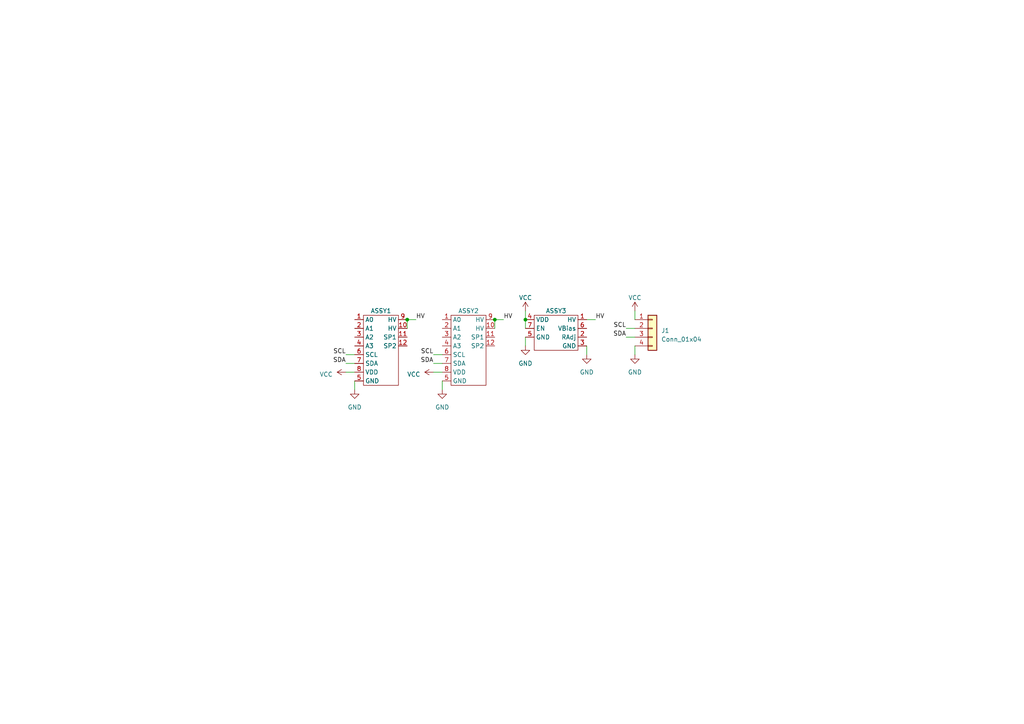
<source format=kicad_sch>
(kicad_sch (version 20230121) (generator eeschema)
  (paper "A4")
  (lib_symbols
    (symbol "Connector_Generic:Conn_01x04" (pin_names (offset 1.016) hide)
      (property "Reference" "J" (at 0 5.08 0))
      (property "Value" "Conn_01x04" (at 0 -7.62 0))
      (symbol "Conn_01x04_1_1"
        (rectangle (start -1.27 -4.953) (end 0 -5.207) (stroke (width 0.1524)))
        (rectangle (start -1.27 -2.413) (end 0 -2.667) (stroke (width 0.1524)))
        (rectangle (start -1.27 0.127) (end 0 -0.127) (stroke (width 0.1524)))
        (rectangle (start -1.27 2.667) (end 0 2.413) (stroke (width 0.1524)))
        (rectangle (start -1.27 3.81) (end 1.27 -6.35) (stroke (width 0.254)) (fill (type background)))
        (pin passive line (at -5.08 2.54 0) (length 3.81) (name "Pin_1") (number "1"))
        (pin passive line (at -5.08 0 0) (length 3.81) (name "Pin_2") (number "2"))
        (pin passive line (at -5.08 -2.54 0) (length 3.81) (name "Pin_3") (number "3"))
        (pin passive line (at -5.08 -5.08 0) (length 3.81) (name "Pin_4") (number "4"))
      )
    )
    (symbol "Smart Nixie Tube:1356ST"
      (property "Reference" "ASSY" (at 0 0 0))
      (symbol "1356ST_0_1"
        (rectangle (start -5.08 -1.27) (end 5.08 -21.59))
      )
      (symbol "1356ST_1_1"
        (pin bidirectional line (at -7.62 -2.54 0) (length 2.54) (name "A0") (number "1"))
        (pin power_in line (at 7.62 -5.08 180) (length 2.54) (name "HV") (number "10"))
        (pin power_in line (at 7.62 -7.62 180) (length 2.54) (name "SP1") (number "11"))
        (pin power_in line (at 7.62 -10.16 180) (length 2.54) (name "SP2") (number "12"))
        (pin bidirectional line (at -7.62 -5.08 0) (length 2.54) (name "A1") (number "2"))
        (pin bidirectional line (at -7.62 -7.62 0) (length 2.54) (name "A2") (number "3"))
        (pin bidirectional line (at -7.62 -10.16 0) (length 2.54) (name "A3") (number "4"))
        (pin power_in line (at -7.62 -20.32 0) (length 2.54) (name "GND") (number "5"))
        (pin bidirectional line (at -7.62 -12.7 0) (length 2.54) (name "SCL") (number "6"))
        (pin bidirectional line (at -7.62 -15.24 0) (length 2.54) (name "SDA") (number "7"))
        (pin power_in line (at -7.62 -17.78 0) (length 2.54) (name "VDD") (number "8"))
        (pin power_in line (at 7.62 -2.54 180) (length 2.54) (name "HV") (number "9"))
      )
    )
    (symbol "Smart Nixie Tube:1364_-_HVPS"
      (property "Reference" "ASSY" (at 0 0 0))
      (symbol "1364_-_HVPS_0_1"
        (rectangle (start -6.35 -1.27) (end 6.35 -11.43))
      )
      (symbol "1364_-_HVPS_1_1"
        (pin power_out line (at 8.89 -2.54 180) (length 2.54) (name "HV") (number "1"))
        (pin input line (at 8.89 -7.62 180) (length 2.54) (name "RAdj") (number "2"))
        (pin power_in line (at 8.89 -10.16 180) (length 2.54) (name "GND") (number "3"))
        (pin power_in line (at -8.89 -2.54 0) (length 2.54) (name "VDD") (number "4"))
        (pin power_in line (at -8.89 -7.62 0) (length 2.54) (name "GND") (number "5"))
        (pin input line (at 8.89 -5.08 180) (length 2.54) (name "VBias") (number "6"))
        (pin input line (at -8.89 -5.08 0) (length 2.54) (name "EN") (number "7"))
      )
    )
    (symbol "power:GND" (power) (pin_names (offset 0))
      (property "Value" "GND" (at 0 -3.81 0))
      (symbol "GND_0_1"
        (polyline (pts (xy 0 0) (xy 0 -1.27) (xy 1.27 -1.27) (xy 0 -2.54) (xy -1.27 -1.27) (xy 0 -1.27)))
      )
      (symbol "GND_1_1"
        (pin power_in line (at 0 0 270) (length 0) hide (name "GND") (number "1"))
      )
    )
    (symbol "power:VCC" (power) (pin_names (offset 0))
      (property "Value" "VCC" (at 0 3.81 0))
      (symbol "VCC_0_1"
        (polyline (pts (xy -0.762 1.27) (xy 0 2.54)))
        (polyline (pts (xy 0 0) (xy 0 2.54)))
        (polyline (pts (xy 0 2.54) (xy 0.762 1.27)))
      )
      (symbol "VCC_1_1"
        (pin power_in line (at 0 0 90) (length 0) hide (name "VCC") (number "1"))
      )
    )
  )
  (junction (at 118.11 92.71))
  (junction (at 152.4 92.71))
  (junction (at 143.51 92.71))
  (wire (pts (xy 100.33 105.41) (xy 102.87 105.41)))
  (wire (pts (xy 143.51 92.71) (xy 143.51 95.25)))
  (wire (pts (xy 125.73 107.95) (xy 128.27 107.95)))
  (wire (pts (xy 100.33 107.95) (xy 102.87 107.95)))
  (wire (pts (xy 152.4 92.71) (xy 152.4 95.25)))
  (wire (pts (xy 152.4 90.17) (xy 152.4 92.71)))
  (wire (pts (xy 125.73 102.87) (xy 128.27 102.87)))
  (wire (pts (xy 170.18 92.71) (xy 172.72 92.71)))
  (wire (pts (xy 125.73 105.41) (xy 128.27 105.41)))
  (wire (pts (xy 128.27 110.49) (xy 128.27 113.03)))
  (wire (pts (xy 118.11 92.71) (xy 120.65 92.71)))
  (wire (pts (xy 181.61 97.79) (xy 184.15 97.79)))
  (wire (pts (xy 102.87 110.49) (xy 102.87 113.03)))
  (wire (pts (xy 181.61 95.25) (xy 184.15 95.25)))
  (wire (pts (xy 152.4 97.79) (xy 152.4 100.33)))
  (wire (pts (xy 184.15 100.33) (xy 184.15 102.87)))
  (wire (pts (xy 170.18 100.33) (xy 170.18 102.87)))
  (wire (pts (xy 118.11 92.71) (xy 118.11 95.25)))
  (wire (pts (xy 100.33 102.87) (xy 102.87 102.87)))
  (wire (pts (xy 143.51 92.71) (xy 146.05 92.71)))
  (wire (pts (xy 184.15 90.17) (xy 184.15 92.71)))
  (label "HV" (at 146.05 92.71 0))
  (label "SDA" (at 181.61 97.79 180))
  (label "SDA" (at 125.73 105.41 180))
  (label "SCL" (at 100.33 102.87 180))
  (label "SCL" (at 125.73 102.87 180))
  (label "HV" (at 172.72 92.71 0))
  (label "SCL" (at 181.61 95.25 180))
  (label "SDA" (at 100.33 105.41 180))
  (label "HV" (at 120.65 92.71 0))
  (symbol (lib_id "power:VCC") (at 125.73 107.95 90) (unit 1)
    (property "Reference" "#PWR02" (effects hide))
    (property "Value" "VCC" (at 121.92 108.585 90) (effects (justify left)))
  )
  (symbol (lib_id "Smart Nixie Tube:1364_-_HVPS") (at 161.29 90.17 0) (unit 1)
    (property "Reference" "ASSY3" (at 161.29 90.17 0))
    (property "Value" "~" (at 161.29 90.17 0))
  )
  (symbol (lib_id "Smart Nixie Tube:1356ST") (at 110.49 90.17 0) (unit 1)
    (property "Reference" "ASSY1" (at 110.49 90.17 0))
    (property "Value" "~" (at 110.49 90.17 0))
  )
  (symbol (lib_id "power:GND") (at 102.87 113.03 0) (unit 1)
    (property "Reference" "#PWR03" (effects hide))
    (property "Value" "GND" (at 102.87 118.11 0))
  )
  (symbol (lib_id "power:VCC") (at 152.4 90.17 0) (unit 1)
    (property "Reference" "#PWR07" (effects hide))
    (property "Value" "VCC" (at 152.4 86.36 0))
  )
  (symbol (lib_id "power:GND") (at 128.27 113.03 0) (unit 1)
    (property "Reference" "#PWR04" (effects hide))
    (property "Value" "GND" (at 128.27 118.11 0))
  )
  (symbol (lib_id "power:GND") (at 170.18 102.87 0) (unit 1)
    (property "Reference" "#PWR09" (effects hide))
    (property "Value" "GND" (at 170.18 107.95 0))
  )
  (symbol (lib_id "Smart Nixie Tube:1356ST") (at 135.89 90.17 0) (unit 1)
    (property "Reference" "ASSY2" (at 135.89 90.17 0))
    (property "Value" "~" (at 135.89 90.17 0))
  )
  (symbol (lib_id "power:VCC") (at 184.15 90.17 0) (unit 1)
    (property "Reference" "#PWR06" (effects hide))
    (property "Value" "VCC" (at 184.15 86.36 0))
  )
  (symbol (lib_id "power:GND") (at 184.15 102.87 0) (unit 1)
    (property "Reference" "#PWR05" (effects hide))
    (property "Value" "GND" (at 184.15 107.95 0))
  )
  (symbol (lib_id "power:VCC") (at 100.33 107.95 90) (unit 1)
    (property "Reference" "#PWR01" (effects hide))
    (property "Value" "VCC" (at 96.52 108.585 90) (effects (justify left)))
  )
  (symbol (lib_id "Connector_Generic:Conn_01x04") (at 189.23 95.25 0) (unit 1)
    (property "Reference" "J1" (at 191.77 95.885 0) (effects (justify left)))
    (property "Value" "Conn_01x04" (at 191.77 98.425 0) (effects (justify left)))
  )
  (symbol (lib_id "power:GND") (at 152.4 100.33 0) (unit 1)
    (property "Reference" "#PWR08" (effects hide))
    (property "Value" "GND" (at 152.4 105.41 0))
  )
)
</source>
